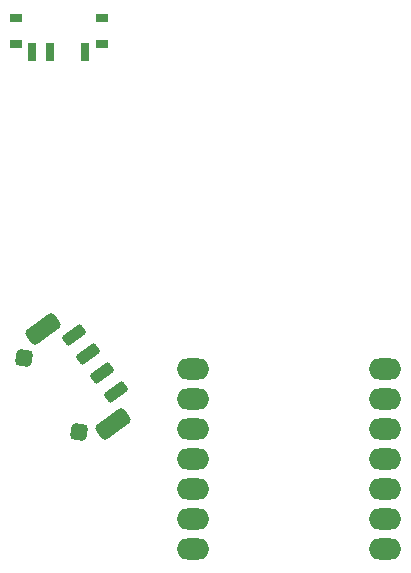
<source format=gbr>
%TF.GenerationSoftware,KiCad,Pcbnew,8.0.2*%
%TF.CreationDate,2024-07-15T13:11:32-05:00*%
%TF.ProjectId,bonsai,626f6e73-6169-42e6-9b69-6361645f7063,v1*%
%TF.SameCoordinates,Original*%
%TF.FileFunction,Paste,Top*%
%TF.FilePolarity,Positive*%
%FSLAX46Y46*%
G04 Gerber Fmt 4.6, Leading zero omitted, Abs format (unit mm)*
G04 Created by KiCad (PCBNEW 8.0.2) date 2024-07-15 13:11:32*
%MOMM*%
%LPD*%
G01*
G04 APERTURE LIST*
G04 Aperture macros list*
%AMRoundRect*
0 Rectangle with rounded corners*
0 $1 Rounding radius*
0 $2 $3 $4 $5 $6 $7 $8 $9 X,Y pos of 4 corners*
0 Add a 4 corners polygon primitive as box body*
4,1,4,$2,$3,$4,$5,$6,$7,$8,$9,$2,$3,0*
0 Add four circle primitives for the rounded corners*
1,1,$1+$1,$2,$3*
1,1,$1+$1,$4,$5*
1,1,$1+$1,$6,$7*
1,1,$1+$1,$8,$9*
0 Add four rect primitives between the rounded corners*
20,1,$1+$1,$2,$3,$4,$5,0*
20,1,$1+$1,$4,$5,$6,$7,0*
20,1,$1+$1,$6,$7,$8,$9,0*
20,1,$1+$1,$8,$9,$2,$3,0*%
G04 Aperture macros list end*
%ADD10R,1.000000X0.800000*%
%ADD11R,0.700000X1.500000*%
%ADD12RoundRect,0.250000X0.752025X0.243841X0.455316X0.646288X-0.752025X-0.243841X-0.455316X-0.646288X0*%
%ADD13RoundRect,0.375000X1.128038X0.365761X0.682973X0.969431X-1.128038X-0.365761X-0.682973X-0.969431X0*%
%ADD14RoundRect,0.350000X0.398402X0.293727X-0.293727X0.398402X-0.398402X-0.293727X0.293727X-0.398402X0*%
%ADD15O,2.750000X1.800000*%
G04 APERTURE END LIST*
D10*
%TO.C,REF\u002A\u002A*%
X24750000Y-30105000D03*
X24750000Y-27895000D03*
X17450000Y-30105000D03*
X17450000Y-27895000D03*
D11*
X23350000Y-30755000D03*
X20349999Y-30755000D03*
X18850000Y-30755000D03*
%TD*%
D12*
%TO.C,REF\u002A\u002A*%
X25925105Y-59547004D03*
X22364591Y-54717641D03*
X24738267Y-57937216D03*
D13*
X25663134Y-62224945D03*
D14*
X22796915Y-62971464D03*
X18168248Y-56693293D03*
D13*
X19728945Y-54176007D03*
D12*
X23551429Y-56327429D03*
%TD*%
D15*
%TO.C,U?*%
X48691400Y-72813000D03*
X48691400Y-70273000D03*
X48691400Y-67733000D03*
X48691400Y-65193000D03*
X48691400Y-62653000D03*
X48691400Y-60113000D03*
X48691400Y-57573000D03*
X32501480Y-57573000D03*
X32501480Y-60113000D03*
X32501480Y-62653000D03*
X32501480Y-65193000D03*
X32501480Y-67733000D03*
X32501480Y-70273000D03*
X32501480Y-72813000D03*
%TD*%
M02*

</source>
